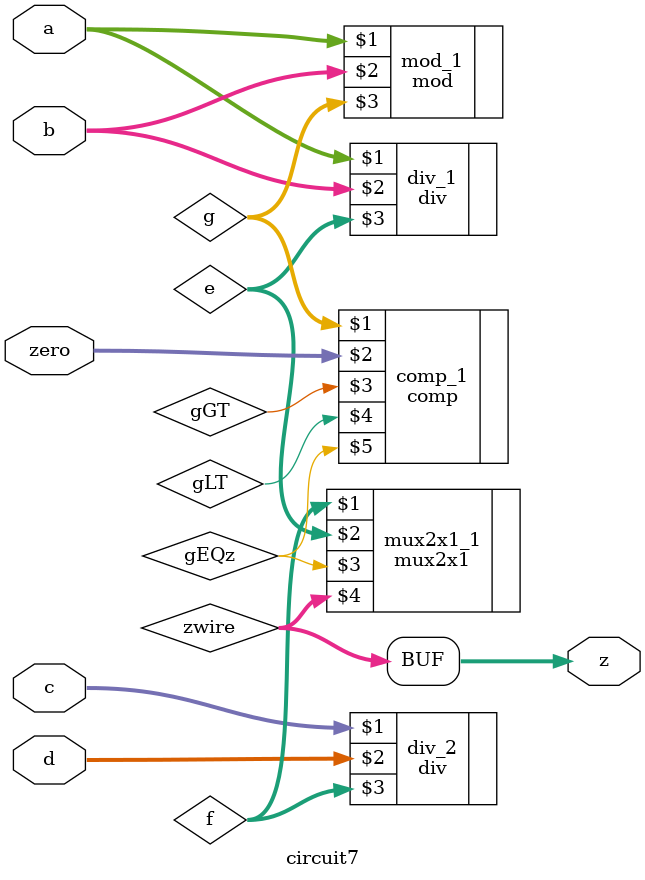
<source format=v>
`timescale 1ns / 1ps


module circuit7(a, b, c, d, zero, z,);
input [63:0] a, b, c, d, zero;
output [63:0] z;

wire [63:0] e, f, g, zwire;
wire gEQz, gLT, gGT;

parameter bw64=64;
div #(.DATAWIDTH(bw64)) div_1(a,b,e);
div #(.DATAWIDTH(bw64)) div_2(c,d,f);
mod #(.DATAWIDTH(bw64)) mod_1(a,b,g);
comp #(.DATAWIDTH(bw64)) comp_1(g,zero,gGT, gLT ,gEQz);

mux2x1 #(.DATAWIDTH(bw64)) mux2x1_1(f,e,gEQz,zwire);

assign z=zwire;


endmodule

</source>
